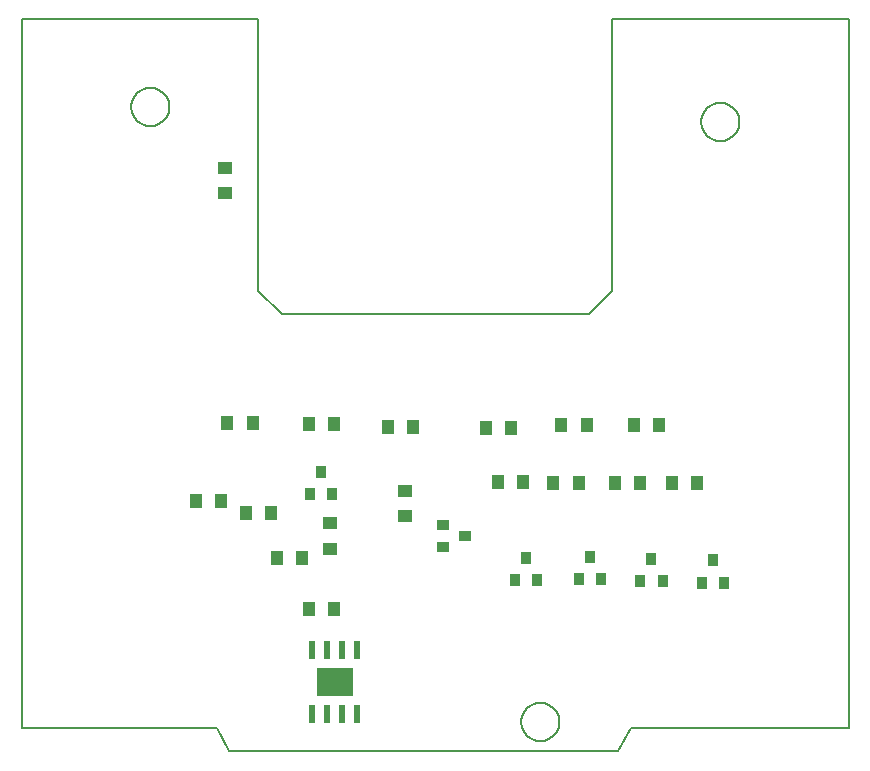
<source format=gbr>
G04 PROTEUS GERBER X2 FILE*
%TF.GenerationSoftware,Labcenter,Proteus,8.12-SP0-Build30713*%
%TF.CreationDate,2021-08-06T04:24:26+00:00*%
%TF.FileFunction,Paste,Top*%
%TF.FilePolarity,Positive*%
%TF.Part,Single*%
%TF.SameCoordinates,{793229e0-97f6-4af7-a571-5be770182b8e}*%
%FSLAX45Y45*%
%MOMM*%
G01*
%TA.AperFunction,Material*%
%ADD48R,0.609600X1.549400*%
%ADD49R,3.149600X2.438400*%
%TA.AperFunction,Material*%
%ADD50R,1.016000X1.270000*%
%TA.AperFunction,Material*%
%ADD51R,1.016000X0.889000*%
%TA.AperFunction,Material*%
%ADD52R,1.270000X1.016000*%
%TA.AperFunction,Material*%
%ADD53R,0.889000X1.016000*%
%TA.AperFunction,Profile*%
%ADD24C,0.203200*%
%TD.AperFunction*%
D48*
X+2840500Y+660000D03*
X+2713500Y+660000D03*
X+2586500Y+660000D03*
X+2459500Y+660000D03*
X+2459500Y+120000D03*
X+2586500Y+120000D03*
X+2713500Y+120000D03*
X+2840500Y+120000D03*
D49*
X+2650000Y+390000D03*
D50*
X+2640000Y+1010000D03*
X+2426640Y+1010000D03*
D51*
X+3754000Y+1626000D03*
X+3563500Y+1719980D03*
X+3563500Y+1532020D03*
D52*
X+2611000Y+1730000D03*
X+2611000Y+1516640D03*
X+1722000Y+4524000D03*
X+1722000Y+4737360D03*
X+3246000Y+2007000D03*
X+3246000Y+1793640D03*
D50*
X+1896640Y+1820000D03*
X+2110000Y+1820000D03*
X+1470000Y+1920000D03*
X+1683360Y+1920000D03*
X+2160000Y+1440000D03*
X+2373360Y+1440000D03*
D53*
X+2530000Y+2170000D03*
X+2436020Y+1979500D03*
X+2623980Y+1979500D03*
X+4270000Y+1440000D03*
X+4176020Y+1249500D03*
X+4363980Y+1249500D03*
D50*
X+4030000Y+2080000D03*
X+4243360Y+2080000D03*
X+4500000Y+2070000D03*
X+4713360Y+2070000D03*
D53*
X+4810000Y+1450000D03*
X+4716020Y+1259500D03*
X+4903980Y+1259500D03*
X+5330000Y+1430000D03*
X+5236020Y+1239500D03*
X+5423980Y+1239500D03*
X+5850000Y+1420000D03*
X+5756020Y+1229500D03*
X+5943980Y+1229500D03*
D50*
X+5020000Y+2070000D03*
X+5233360Y+2070000D03*
X+5500000Y+2070000D03*
X+5713360Y+2070000D03*
X+1740000Y+2580000D03*
X+1953360Y+2580000D03*
X+3926640Y+2540000D03*
X+4140000Y+2540000D03*
X+4566640Y+2560000D03*
X+4780000Y+2560000D03*
X+2430000Y+2570000D03*
X+2643360Y+2570000D03*
X+3100000Y+2550000D03*
X+3313360Y+2550000D03*
X+5180000Y+2560000D03*
X+5393360Y+2560000D03*
D24*
X+0Y+0D02*
X+1650000Y+0D01*
X+7000000Y+0D02*
X+7000000Y+6000000D01*
X+5000000Y+6000000D01*
X+5000000Y+3700000D01*
X+4800000Y+3500000D01*
X+2200000Y+3500000D01*
X+2000000Y+3700000D02*
X+2000000Y+6000000D01*
X+0Y+6000000D01*
X+0Y+0D01*
X+2000000Y+3700000D02*
X+2200000Y+3500000D01*
X+5160000Y+0D02*
X+7000000Y+0D01*
X+1750000Y-200000D02*
X+5050000Y-200000D01*
X+1650000Y+0D02*
X+1750000Y-200000D01*
X+5160000Y+0D02*
X+5050000Y-200000D01*
X+4550045Y+50000D02*
X+4549508Y+63142D01*
X+4545144Y+89427D01*
X+4536029Y+115712D01*
X+4521182Y+141997D01*
X+4498470Y+168118D01*
X+4472185Y+187898D01*
X+4445900Y+200658D01*
X+4419615Y+208108D01*
X+4393330Y+210987D01*
X+4389000Y+211045D01*
X+4227955Y+50000D02*
X+4228492Y+63142D01*
X+4232856Y+89427D01*
X+4241971Y+115712D01*
X+4256818Y+141997D01*
X+4279530Y+168118D01*
X+4305815Y+187898D01*
X+4332100Y+200658D01*
X+4358385Y+208108D01*
X+4384670Y+210987D01*
X+4389000Y+211045D01*
X+4227955Y+50000D02*
X+4228492Y+36858D01*
X+4232856Y+10573D01*
X+4241971Y-15712D01*
X+4256818Y-41997D01*
X+4279530Y-68118D01*
X+4305815Y-87898D01*
X+4332100Y-100658D01*
X+4358385Y-108108D01*
X+4384670Y-110987D01*
X+4389000Y-111045D01*
X+4550045Y+50000D02*
X+4549508Y+36858D01*
X+4545144Y+10573D01*
X+4536029Y-15712D01*
X+4521182Y-41997D01*
X+4498470Y-68118D01*
X+4472185Y-87898D01*
X+4445900Y-100658D01*
X+4419615Y-108108D01*
X+4393330Y-110987D01*
X+4389000Y-111045D01*
X+6074045Y+5130000D02*
X+6073508Y+5143142D01*
X+6069144Y+5169427D01*
X+6060029Y+5195712D01*
X+6045182Y+5221997D01*
X+6022470Y+5248118D01*
X+5996185Y+5267898D01*
X+5969900Y+5280658D01*
X+5943615Y+5288108D01*
X+5917330Y+5290987D01*
X+5913000Y+5291045D01*
X+5751955Y+5130000D02*
X+5752492Y+5143142D01*
X+5756856Y+5169427D01*
X+5765971Y+5195712D01*
X+5780818Y+5221997D01*
X+5803530Y+5248118D01*
X+5829815Y+5267898D01*
X+5856100Y+5280658D01*
X+5882385Y+5288108D01*
X+5908670Y+5290987D01*
X+5913000Y+5291045D01*
X+5751955Y+5130000D02*
X+5752492Y+5116858D01*
X+5756856Y+5090573D01*
X+5765971Y+5064288D01*
X+5780818Y+5038003D01*
X+5803530Y+5011882D01*
X+5829815Y+4992102D01*
X+5856100Y+4979342D01*
X+5882385Y+4971892D01*
X+5908670Y+4969013D01*
X+5913000Y+4968955D01*
X+6074045Y+5130000D02*
X+6073508Y+5116858D01*
X+6069144Y+5090573D01*
X+6060029Y+5064288D01*
X+6045182Y+5038003D01*
X+6022470Y+5011882D01*
X+5996185Y+4992102D01*
X+5969900Y+4979342D01*
X+5943615Y+4971892D01*
X+5917330Y+4969013D01*
X+5913000Y+4968955D01*
X+1248045Y+5257000D02*
X+1247508Y+5270142D01*
X+1243144Y+5296427D01*
X+1234029Y+5322712D01*
X+1219182Y+5348997D01*
X+1196470Y+5375118D01*
X+1170185Y+5394898D01*
X+1143900Y+5407658D01*
X+1117615Y+5415108D01*
X+1091330Y+5417987D01*
X+1087000Y+5418045D01*
X+925955Y+5257000D02*
X+926492Y+5270142D01*
X+930856Y+5296427D01*
X+939971Y+5322712D01*
X+954818Y+5348997D01*
X+977530Y+5375118D01*
X+1003815Y+5394898D01*
X+1030100Y+5407658D01*
X+1056385Y+5415108D01*
X+1082670Y+5417987D01*
X+1087000Y+5418045D01*
X+925955Y+5257000D02*
X+926492Y+5243858D01*
X+930856Y+5217573D01*
X+939971Y+5191288D01*
X+954818Y+5165003D01*
X+977530Y+5138882D01*
X+1003815Y+5119102D01*
X+1030100Y+5106342D01*
X+1056385Y+5098892D01*
X+1082670Y+5096013D01*
X+1087000Y+5095955D01*
X+1248045Y+5257000D02*
X+1247508Y+5243858D01*
X+1243144Y+5217573D01*
X+1234029Y+5191288D01*
X+1219182Y+5165003D01*
X+1196470Y+5138882D01*
X+1170185Y+5119102D01*
X+1143900Y+5106342D01*
X+1117615Y+5098892D01*
X+1091330Y+5096013D01*
X+1087000Y+5095955D01*
M02*

</source>
